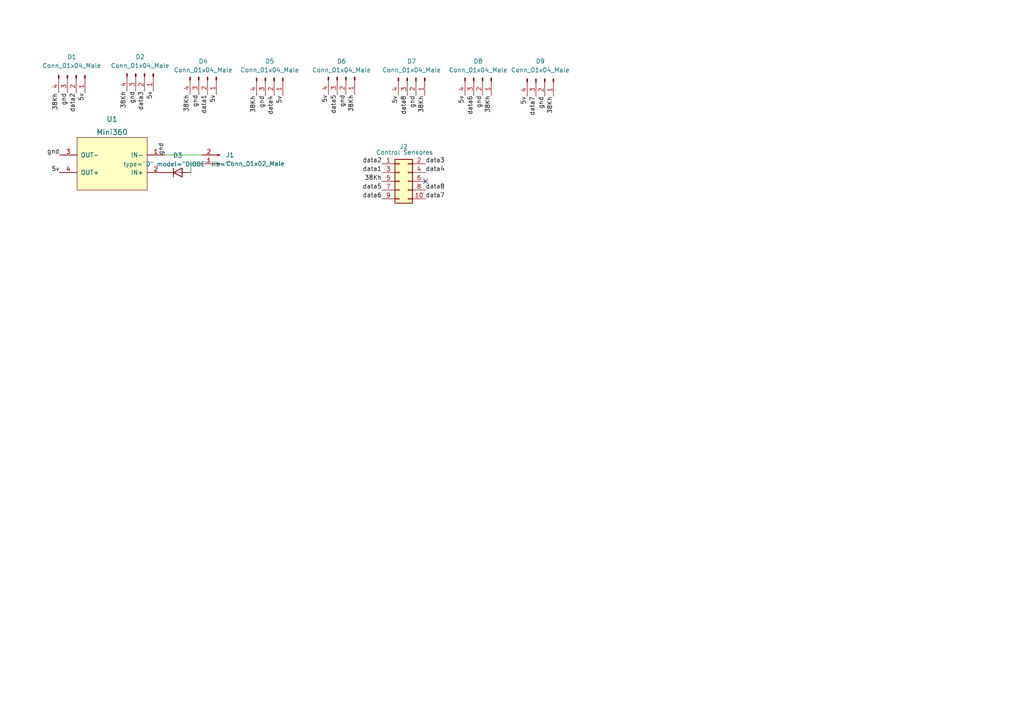
<source format=kicad_sch>
(kicad_sch (version 20211123) (generator eeschema)
  (paper "A4")
  (lib_symbols
    (symbol "Connector:Conn_01x02_Male" (pin_names (offset 1.016) hide)
      (property "Reference" "J" (at 0 2.54 0))
      (property "Value" "Conn_01x02_Male" (at 0 -5.08 0))
      (symbol "Conn_01x02_Male_1_1"
        (polyline (pts (xy 1.27 -2.54) (xy 0.8636 -2.54)) (stroke (width 0.1524)))
        (polyline (pts (xy 1.27 0) (xy 0.8636 0)) (stroke (width 0.1524)))
        (rectangle (start 0.8636 -2.413) (end 0 -2.667) (stroke (width 0.1524)) (fill (type outline)))
        (rectangle (start 0.8636 0.127) (end 0 -0.127) (stroke (width 0.1524)) (fill (type outline)))
        (pin passive line (at 5.08 0 180) (length 3.81) (name "Pin_1") (number "1"))
        (pin passive line (at 5.08 -2.54 180) (length 3.81) (name "Pin_2") (number "2"))
      )
    )
    (symbol "Connector:Conn_01x04_Male" (pin_names (offset 1.016) hide)
      (property "Reference" "J" (at 0 5.08 0))
      (property "Value" "Conn_01x04_Male" (at 0 -7.62 0))
      (symbol "Conn_01x04_Male_1_1"
        (polyline (pts (xy 1.27 -5.08) (xy 0.8636 -5.08)) (stroke (width 0.1524)))
        (polyline (pts (xy 1.27 -2.54) (xy 0.8636 -2.54)) (stroke (width 0.1524)))
        (polyline (pts (xy 1.27 0) (xy 0.8636 0)) (stroke (width 0.1524)))
        (polyline (pts (xy 1.27 2.54) (xy 0.8636 2.54)) (stroke (width 0.1524)))
        (rectangle (start 0.8636 -4.953) (end 0 -5.207) (stroke (width 0.1524)) (fill (type outline)))
        (rectangle (start 0.8636 -2.413) (end 0 -2.667) (stroke (width 0.1524)) (fill (type outline)))
        (rectangle (start 0.8636 0.127) (end 0 -0.127) (stroke (width 0.1524)) (fill (type outline)))
        (rectangle (start 0.8636 2.667) (end 0 2.413) (stroke (width 0.1524)) (fill (type outline)))
        (pin passive line (at 5.08 2.54 180) (length 3.81) (name "Pin_1") (number "1"))
        (pin passive line (at 5.08 0 180) (length 3.81) (name "Pin_2") (number "2"))
        (pin passive line (at 5.08 -2.54 180) (length 3.81) (name "Pin_3") (number "3"))
        (pin passive line (at 5.08 -5.08 180) (length 3.81) (name "Pin_4") (number "4"))
      )
    )
    (symbol "Connector_Generic:Conn_02x05_Odd_Even" (pin_names (offset 1.016) hide)
      (property "Reference" "J" (at 1.27 7.62 0))
      (property "Value" "Conn_02x05_Odd_Even" (at 1.27 -7.62 0))
      (symbol "Conn_02x05_Odd_Even_1_1"
        (rectangle (start -1.27 -4.953) (end 0 -5.207) (stroke (width 0.1524)))
        (rectangle (start -1.27 -2.413) (end 0 -2.667) (stroke (width 0.1524)))
        (rectangle (start -1.27 0.127) (end 0 -0.127) (stroke (width 0.1524)))
        (rectangle (start -1.27 2.667) (end 0 2.413) (stroke (width 0.1524)))
        (rectangle (start -1.27 5.207) (end 0 4.953) (stroke (width 0.1524)))
        (rectangle (start -1.27 6.35) (end 3.81 -6.35) (stroke (width 0.254)) (fill (type background)))
        (rectangle (start 3.81 -4.953) (end 2.54 -5.207) (stroke (width 0.1524)))
        (rectangle (start 3.81 -2.413) (end 2.54 -2.667) (stroke (width 0.1524)))
        (rectangle (start 3.81 0.127) (end 2.54 -0.127) (stroke (width 0.1524)))
        (rectangle (start 3.81 2.667) (end 2.54 2.413) (stroke (width 0.1524)))
        (rectangle (start 3.81 5.207) (end 2.54 4.953) (stroke (width 0.1524)))
        (pin passive line (at -5.08 5.08 0) (length 3.81) (name "Pin_1") (number "1"))
        (pin passive line (at 7.62 -5.08 180) (length 3.81) (name "Pin_10") (number "10"))
        (pin passive line (at 7.62 5.08 180) (length 3.81) (name "Pin_2") (number "2"))
        (pin passive line (at -5.08 2.54 0) (length 3.81) (name "Pin_3") (number "3"))
        (pin passive line (at 7.62 2.54 180) (length 3.81) (name "Pin_4") (number "4"))
        (pin passive line (at -5.08 0 0) (length 3.81) (name "Pin_5") (number "5"))
        (pin passive line (at 7.62 0 180) (length 3.81) (name "Pin_6") (number "6"))
        (pin passive line (at -5.08 -2.54 0) (length 3.81) (name "Pin_7") (number "7"))
        (pin passive line (at 7.62 -2.54 180) (length 3.81) (name "Pin_8") (number "8"))
        (pin passive line (at -5.08 -5.08 0) (length 3.81) (name "Pin_9") (number "9"))
      )
    )
    (symbol "Simulation_SPICE:DIODE" (pin_numbers hide) (pin_names (offset 1.016) hide)
      (property "Reference" "D" (at 0 2.54 0))
      (property "Value" "DIODE" (at 0 -2.54 0))
      (symbol "DIODE_0_1"
        (polyline (pts (xy 1.27 0) (xy -1.27 0)))
        (polyline (pts (xy 1.27 1.27) (xy 1.27 -1.27)) (stroke (width 0.254)))
        (polyline (pts (xy -1.27 -1.27) (xy -1.27 1.27) (xy 1.27 0) (xy -1.27 -1.27)) (stroke (width 0.254)))
      )
      (symbol "DIODE_1_1"
        (pin passive line (at -3.81 0 0) (length 2.54) (name "A") (number "1"))
        (pin passive line (at 3.81 0 180) (length 2.54) (name "K") (number "2"))
      )
    )
    (symbol "mini360:Mini360" (pin_names (offset 1.016))
      (property "Reference" "U" (at 0 -5.08 0))
      (property "Value" "Mini360" (at 0 5.08 0))
      (symbol "Mini360_0_1"
        (rectangle (start -10.16 7.62) (end 10.16 -7.62) (fill (type background)))
      )
      (symbol "Mini360_1_1"
        (pin power_in line (at -15.24 -2.54 0) (length 5.08) (name "IN-") (number "1"))
        (pin power_in line (at -15.24 2.54 0) (length 5.08) (name "IN+") (number "2"))
        (pin power_out line (at 15.24 -2.54 180) (length 5.08) (name "OUT-") (number "3"))
        (pin power_out line (at 15.24 2.54 180) (length 5.08) (name "OUT+") (number "4"))
      )
    )
  )
  (no_connect (at 123.444 52.578))
  (wire (pts (xy 55.372 47.498) (xy 58.674 47.498)))
  (wire (pts (xy 55.372 50.038) (xy 55.372 47.498)))
  (wire (pts (xy 47.752 44.958) (xy 58.674 44.958)))
  (label "38Kh" (at 142.494 27.686 270))
  (label "38Kh" (at 74.422 27.686 270))
  (label "data1" (at 110.744 50.038 180))
  (label "5v" (at 134.874 27.686 270))
  (label "5v" (at 95.25 27.432 270))
  (label "5v" (at 24.638 26.924 270))
  (label "38Kh" (at 55.118 27.432 270))
  (label "gnd" (at 100.33 27.432 270))
  (label "38Kh" (at 160.528 27.94 270))
  (label "5v" (at 115.57 27.686 270))
  (label "data8" (at 118.11 27.686 270))
  (label "data3" (at 41.91 26.416 270))
  (label "data4" (at 123.444 50.038 0))
  (label "data6" (at 137.414 27.686 270))
  (label "5v" (at 44.45 26.416 270))
  (label "data7" (at 123.444 57.658 0))
  (label "5v" (at 82.042 27.686 270))
  (label "data5" (at 97.79 27.432 270))
  (label "data2" (at 110.744 47.498 180))
  (label "gnd" (at 17.272 44.958 180))
  (label "gnd" (at 47.752 44.958 90))
  (label "gnd" (at 19.558 26.924 270))
  (label "data6" (at 110.744 57.658 180))
  (label "data8" (at 123.444 55.118 0))
  (label "gnd" (at 39.37 26.416 270))
  (label "data4" (at 79.502 27.686 270))
  (label "data5" (at 110.744 55.118 180))
  (label "data7" (at 155.448 27.94 270))
  (label "data1" (at 60.198 27.432 270))
  (label "gnd" (at 157.988 27.94 270))
  (label "38Kh" (at 110.744 52.578 180))
  (label "gnd" (at 120.65 27.686 270))
  (label "5v" (at 62.738 27.432 270))
  (label "38Kh" (at 17.018 26.924 270))
  (label "gnd" (at 139.954 27.686 270))
  (label "gnd" (at 76.962 27.686 270))
  (label "38Kh" (at 102.87 27.432 270))
  (label "38Kh" (at 36.83 26.416 270))
  (label "data2" (at 22.098 26.924 270))
  (label "gnd" (at 57.658 27.432 270))
  (label "5v" (at 152.908 27.94 270))
  (label "data3" (at 123.444 47.498 0))
  (label "38Kh" (at 123.19 27.686 270))
  (label "5v" (at 17.272 50.038 180))
  (symbol (lib_id "Connector:Conn_01x02_Male") (at 63.754 47.498 180) (unit 1)
    (property "Reference" "J1" (at 65.532 44.9579 0) (effects (justify right)))
    (property "Value" "Conn_01x02_Male" (at 65.532 47.4979 0) (effects (justify right)))
    (property "Footprint" "TerminalBlock:TerminalBlock_bornier-2_P5.08mm" (effects hide))
  )
  (symbol (lib_id "Connector:Conn_01x04_Male") (at 100.33 22.352 270) (unit 1)
    (property "Reference" "D6" (at 99.06 17.78 90))
    (property "Value" "Conn_01x04_Male" (at 99.06 20.32 90))
    (property "Footprint" "Connector_PinHeader_2.54mm:PinHeader_1x04_P2.54mm_Horizontal" (effects hide))
  )
  (symbol (lib_id "Connector:Conn_01x04_Male") (at 60.198 22.352 270) (unit 1)
    (property "Reference" "D4" (at 58.928 17.78 90))
    (property "Value" "Conn_01x04_Male" (at 58.928 20.32 90))
    (property "Footprint" "Connector_PinHeader_2.54mm:PinHeader_1x04_P2.54mm_Horizontal" (effects hide))
  )
  (symbol (lib_id "Connector:Conn_01x04_Male") (at 79.502 22.606 270) (unit 1)
    (property "Reference" "D5" (at 78.232 17.78 90))
    (property "Value" "Conn_01x04_Male" (at 78.232 20.32 90))
    (property "Footprint" "Connector_PinHeader_2.54mm:PinHeader_1x04_P2.54mm_Horizontal" (effects hide))
  )
  (symbol (lib_id "Simulation_SPICE:DIODE") (at 51.562 50.038 180) (unit 1)
    (property "Reference" "D3" (at 51.562 45.0682 0))
    (property "Value" "DIODE" (at 51.562 47.6051 0))
    (property "Footprint" "Diode_THT:D_5W_P12.70mm_Horizontal" (effects hide))
    (property "Spice_Netlist_Enabled" "Y" (effects hide))
    (property "Spice_Primitive" "D" (effects hide))
  )
  (symbol (lib_id "Connector:Conn_01x04_Male") (at 139.954 22.606 270) (unit 1)
    (property "Reference" "D8" (at 138.684 17.78 90))
    (property "Value" "Conn_01x04_Male" (at 138.684 20.32 90))
    (property "Footprint" "Connector_PinHeader_2.54mm:PinHeader_1x04_P2.54mm_Horizontal" (effects hide))
  )
  (symbol (lib_id "Connector:Conn_01x04_Male") (at 120.65 22.606 270) (unit 1)
    (property "Reference" "D7" (at 119.38 17.78 90))
    (property "Value" "Conn_01x04_Male" (at 119.38 20.32 90))
    (property "Footprint" "Connector_PinHeader_2.54mm:PinHeader_1x04_P2.54mm_Horizontal" (effects hide))
  )
  (symbol (lib_id "Connector:Conn_01x04_Male") (at 41.91 21.336 270) (unit 1)
    (property "Reference" "D2" (at 40.64 16.51 90))
    (property "Value" "Conn_01x04_Male" (at 40.64 19.05 90))
    (property "Footprint" "Connector_PinHeader_2.54mm:PinHeader_1x04_P2.54mm_Horizontal" (effects hide))
  )
  (symbol (lib_id "Connector:Conn_01x04_Male") (at 157.988 22.86 270) (unit 1)
    (property "Reference" "D9" (at 156.718 17.78 90))
    (property "Value" "Conn_01x04_Male" (at 156.718 20.32 90))
    (property "Footprint" "Connector_PinHeader_2.54mm:PinHeader_1x04_P2.54mm_Horizontal" (effects hide))
  )
  (symbol (lib_id "Connector_Generic:Conn_02x05_Odd_Even") (at 115.824 52.578 0) (unit 1)
    (property "Reference" "J2" (at 117.094 42.5282 0))
    (property "Value" "Control Sensores" (at 117.348 44.196 0))
    (property "Footprint" "Connector_IDC:IDC-Header_2x05_P2.54mm_Vertical" (effects hide))
  )
  (symbol (lib_id "mini360:Mini360") (at 32.512 47.498 180) (unit 1)
    (property "Reference" "U1" (at 32.512 34.544 0) (effects (font (size 1.524 1.524))))
    (property "Value" "Mini360" (at 32.512 38.354 0) (effects (font (size 1.524 1.524))))
    (property "Footprint" "Mini360_step-down:Mini360_step-down" (effects hide))
  )
  (symbol (lib_id "Connector:Conn_01x04_Male") (at 22.098 21.844 270) (unit 1)
    (property "Reference" "D1" (at 20.828 16.51 90))
    (property "Value" "Conn_01x04_Male" (at 20.828 19.05 90))
    (property "Footprint" "Connector_PinHeader_2.54mm:PinHeader_1x04_P2.54mm_Horizontal" (effects hide))
  )
)
</source>
